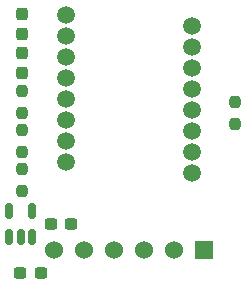
<source format=gbs>
%TF.GenerationSoftware,KiCad,Pcbnew,7.0.10*%
%TF.CreationDate,2024-02-19T13:55:26+09:00*%
%TF.ProjectId,trackball,74726163-6b62-4616-9c6c-2e6b69636164,rev?*%
%TF.SameCoordinates,Original*%
%TF.FileFunction,Soldermask,Bot*%
%TF.FilePolarity,Negative*%
%FSLAX46Y46*%
G04 Gerber Fmt 4.6, Leading zero omitted, Abs format (unit mm)*
G04 Created by KiCad (PCBNEW 7.0.10) date 2024-02-19 13:55:26*
%MOMM*%
%LPD*%
G01*
G04 APERTURE LIST*
G04 Aperture macros list*
%AMRoundRect*
0 Rectangle with rounded corners*
0 $1 Rounding radius*
0 $2 $3 $4 $5 $6 $7 $8 $9 X,Y pos of 4 corners*
0 Add a 4 corners polygon primitive as box body*
4,1,4,$2,$3,$4,$5,$6,$7,$8,$9,$2,$3,0*
0 Add four circle primitives for the rounded corners*
1,1,$1+$1,$2,$3*
1,1,$1+$1,$4,$5*
1,1,$1+$1,$6,$7*
1,1,$1+$1,$8,$9*
0 Add four rect primitives between the rounded corners*
20,1,$1+$1,$2,$3,$4,$5,0*
20,1,$1+$1,$4,$5,$6,$7,0*
20,1,$1+$1,$6,$7,$8,$9,0*
20,1,$1+$1,$8,$9,$2,$3,0*%
G04 Aperture macros list end*
%ADD10R,1.524000X1.524000*%
%ADD11C,1.524000*%
%ADD12C,1.504000*%
%ADD13RoundRect,0.237500X-0.237500X0.300000X-0.237500X-0.300000X0.237500X-0.300000X0.237500X0.300000X0*%
%ADD14RoundRect,0.237500X-0.237500X0.250000X-0.237500X-0.250000X0.237500X-0.250000X0.237500X0.250000X0*%
%ADD15RoundRect,0.237500X0.300000X0.237500X-0.300000X0.237500X-0.300000X-0.237500X0.300000X-0.237500X0*%
%ADD16RoundRect,0.237500X0.237500X-0.250000X0.237500X0.250000X-0.237500X0.250000X-0.237500X-0.250000X0*%
%ADD17RoundRect,0.150000X0.150000X-0.512500X0.150000X0.512500X-0.150000X0.512500X-0.150000X-0.512500X0*%
G04 APERTURE END LIST*
D10*
%TO.C,J1*%
X53950000Y-64575000D03*
D11*
X51410000Y-64575000D03*
X48870000Y-64575000D03*
X46330000Y-64575000D03*
X43790000Y-64575000D03*
X41250000Y-64575000D03*
%TD*%
D12*
%TO.C,U1*%
X42250000Y-44715000D03*
X42250000Y-46495000D03*
X42250000Y-48275000D03*
X42250000Y-50055000D03*
X42250000Y-51835000D03*
X42250000Y-53615000D03*
X42250000Y-55395000D03*
X42250000Y-57175000D03*
X52950000Y-58065000D03*
X52950000Y-56285000D03*
X52950000Y-54505000D03*
X52950000Y-52725000D03*
X52950000Y-50945000D03*
X52950000Y-49165000D03*
X52950000Y-47385000D03*
X52950000Y-45605000D03*
%TD*%
D13*
%TO.C,C2*%
X38557200Y-47932800D03*
X38557200Y-49657800D03*
%TD*%
D14*
%TO.C,R4*%
X38557200Y-57788800D03*
X38557200Y-59613800D03*
%TD*%
D15*
%TO.C,C4*%
X42722800Y-62433200D03*
X40997800Y-62433200D03*
%TD*%
D16*
%TO.C,R2*%
X56590000Y-53902500D03*
X56590000Y-52077500D03*
%TD*%
D17*
%TO.C,U3*%
X39380200Y-63545300D03*
X38430200Y-63545300D03*
X37480200Y-63545300D03*
X37480200Y-61270300D03*
X39380200Y-61270300D03*
%TD*%
D14*
%TO.C,R1*%
X38557200Y-51184800D03*
X38557200Y-53009800D03*
%TD*%
D15*
%TO.C,C3*%
X40130900Y-66522600D03*
X38405900Y-66522600D03*
%TD*%
D14*
%TO.C,R3*%
X38557200Y-54486800D03*
X38557200Y-56311800D03*
%TD*%
D13*
%TO.C,C1*%
X38557200Y-44630800D03*
X38557200Y-46355800D03*
%TD*%
M02*

</source>
